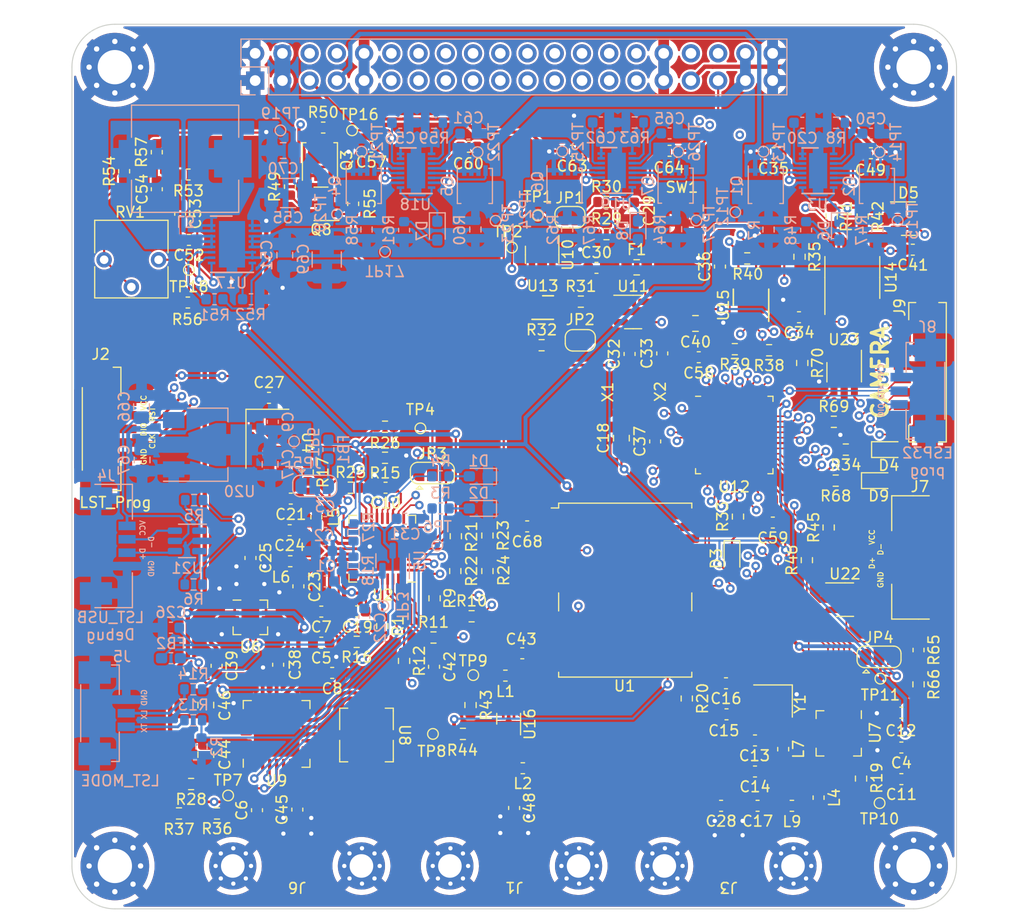
<source format=kicad_pcb>
(kicad_pcb (version 20211014) (generator pcbnew)

  (general
    (thickness 4.69)
  )

  (paper "A4")
  (layers
    (0 "F.Cu" signal)
    (1 "In1.Cu" signal)
    (2 "In2.Cu" signal)
    (31 "B.Cu" signal)
    (32 "B.Adhes" user "B.Adhesive")
    (33 "F.Adhes" user "F.Adhesive")
    (34 "B.Paste" user)
    (35 "F.Paste" user)
    (36 "B.SilkS" user "B.Silkscreen")
    (37 "F.SilkS" user "F.Silkscreen")
    (38 "B.Mask" user)
    (39 "F.Mask" user)
    (40 "Dwgs.User" user "User.Drawings")
    (41 "Cmts.User" user "User.Comments")
    (42 "Eco1.User" user "User.Eco1")
    (43 "Eco2.User" user "User.Eco2")
    (44 "Edge.Cuts" user)
    (45 "Margin" user)
    (46 "B.CrtYd" user "B.Courtyard")
    (47 "F.CrtYd" user "F.Courtyard")
    (48 "B.Fab" user)
    (49 "F.Fab" user)
    (50 "User.1" user)
    (51 "User.2" user)
    (52 "User.3" user)
    (53 "User.4" user)
    (54 "User.5" user)
    (55 "User.6" user)
    (56 "User.7" user)
    (57 "User.8" user)
    (58 "User.9" user)
  )

  (setup
    (stackup
      (layer "F.SilkS" (type "Top Silk Screen"))
      (layer "F.Paste" (type "Top Solder Paste"))
      (layer "F.Mask" (type "Top Solder Mask") (thickness 0.01))
      (layer "F.Cu" (type "copper") (thickness 0.035))
      (layer "dielectric 1" (type "core") (thickness 1.51) (material "FR4") (epsilon_r 4.5) (loss_tangent 0.02))
      (layer "In1.Cu" (type "copper") (thickness 0.035))
      (layer "dielectric 2" (type "prepreg") (thickness 1.51) (material "FR4") (epsilon_r 4.5) (loss_tangent 0.02))
      (layer "In2.Cu" (type "copper") (thickness 0.035))
      (layer "dielectric 3" (type "core") (thickness 1.51) (material "FR4") (epsilon_r 4.5) (loss_tangent 0.02))
      (layer "B.Cu" (type "copper") (thickness 0.035))
      (layer "B.Mask" (type "Bottom Solder Mask") (thickness 0.01))
      (layer "B.Paste" (type "Bottom Solder Paste"))
      (layer "B.SilkS" (type "Bottom Silk Screen"))
      (copper_finish "None")
      (dielectric_constraints no)
    )
    (pad_to_mask_clearance 0)
    (pcbplotparams
      (layerselection 0x00010fc_ffffffff)
      (disableapertmacros false)
      (usegerberextensions false)
      (usegerberattributes true)
      (usegerberadvancedattributes true)
      (creategerberjobfile true)
      (svguseinch false)
      (svgprecision 6)
      (excludeedgelayer true)
      (plotframeref false)
      (viasonmask false)
      (mode 1)
      (useauxorigin false)
      (hpglpennumber 1)
      (hpglpenspeed 20)
      (hpglpendiameter 15.000000)
      (dxfpolygonmode true)
      (dxfimperialunits true)
      (dxfusepcbnewfont true)
      (psnegative false)
      (psa4output false)
      (plotreference true)
      (plotvalue true)
      (plotinvisibletext false)
      (sketchpadsonfab false)
      (subtractmaskfromsilk false)
      (outputformat 1)
      (mirror false)
      (drillshape 1)
      (scaleselection 1)
      (outputdirectory "")
    )
  )

  (net 0 "")
  (net 1 "Net-(C1-Pad1)")
  (net 2 "GND")
  (net 3 "+3V3")
  (net 4 "/OpenLST (Beacon)/PA_VAPC")
  (net 5 "+3V8")
  (net 6 "/OpenLST (Beacon)/VDD_USB_LST")
  (net 7 "Net-(C12-Pad1)")
  (net 8 "Net-(C13-Pad2)")
  (net 9 "Net-(C15-Pad1)")
  (net 10 "Net-(C16-Pad1)")
  (net 11 "Net-(C17-Pad1)")
  (net 12 "Net-(C17-Pad2)")
  (net 13 "/MCU/MCU_POWER")
  (net 14 "Net-(C19-Pad1)")
  (net 15 "/3V3 power share/VCC_EN")
  (net 16 "Net-(C21-Pad2)")
  (net 17 "Net-(C22-Pad1)")
  (net 18 "Net-(C23-Pad2)")
  (net 19 "Net-(C24-Pad1)")
  (net 20 "Net-(C24-Pad2)")
  (net 21 "Net-(C25-Pad2)")
  (net 22 "Net-(C26-Pad1)")
  (net 23 "Net-(C29-Pad1)")
  (net 24 "/3V3 power share/EPS#1")
  (net 25 "Net-(C35-Pad2)")
  (net 26 "Net-(C38-Pad1)")
  (net 27 "Net-(C38-Pad2)")
  (net 28 "Net-(C39-Pad1)")
  (net 29 "Net-(C39-Pad2)")
  (net 30 "/MCU/VREF")
  (net 31 "Net-(C42-Pad1)")
  (net 32 "Net-(C43-Pad1)")
  (net 33 "Net-(C43-Pad2)")
  (net 34 "Net-(C45-Pad1)")
  (net 35 "Net-(C45-Pad2)")
  (net 36 "Net-(C48-Pad1)")
  (net 37 "Net-(C48-Pad2)")
  (net 38 "Net-(C49-Pad1)")
  (net 39 "/3V3 power share/EPS#2")
  (net 40 "Net-(C50-Pad1)")
  (net 41 "VIN")
  (net 42 "Net-(C52-Pad1)")
  (net 43 "Net-(C52-Pad2)")
  (net 44 "Net-(C53-Pad1)")
  (net 45 "Net-(C54-Pad1)")
  (net 46 "/Power Convertor/VBAT1/VCC_EN")
  (net 47 "/Power Convertor/EPS#1_VBAT")
  (net 48 "Net-(C57-Pad2)")
  (net 49 "Net-(C60-Pad1)")
  (net 50 "/Power Convertor/EPS#2_VBAT")
  (net 51 "Net-(C61-Pad1)")
  (net 52 "/5V power share/VCC_EN")
  (net 53 "/5V power share/EPS#1")
  (net 54 "Net-(C63-Pad2)")
  (net 55 "Net-(C64-Pad1)")
  (net 56 "/5V power share/EPS#2")
  (net 57 "Net-(C65-Pad1)")
  (net 58 "/OpenLST (Beacon)/USB_POWER_LST")
  (net 59 "Net-(D1-Pad2)")
  (net 60 "Net-(D2-Pad2)")
  (net 61 "Net-(D3-Pad1)")
  (net 62 "Net-(D4-Pad1)")
  (net 63 "/MCU/CAN_L")
  (net 64 "/MCU/CAN_H")
  (net 65 "Net-(D6-Pad1)")
  (net 66 "Net-(D6-Pad2)")
  (net 67 "Net-(D7-Pad1)")
  (net 68 "Net-(D7-Pad2)")
  (net 69 "Net-(D8-Pad1)")
  (net 70 "Net-(D8-Pad2)")
  (net 71 "Net-(D9-Pad1)")
  (net 72 "Net-(F1-Pad2)")
  (net 73 "Net-(FB1-Pad1)")
  (net 74 "/OpenLST (Beacon)/PROG_DD")
  (net 75 "/OpenLST (Beacon)/PROG_DC")
  (net 76 "/OpenLST (Beacon)/~{LST_RESET}")
  (net 77 "/MCU/USB_POWER")
  (net 78 "/MCU/SWCLK")
  (net 79 "/MCU/SWDIO")
  (net 80 "/MCU/QSPI_D1{slash}CAM_CSN")
  (net 81 "/MCU/QSPI_D2{slash}CAM_MOSI")
  (net 82 "/MCU/QSPI_D3{slash}CAM_MISO")
  (net 83 "/MCU/LED1_QSPI")
  (net 84 "+5V")
  (net 85 "/I2C_SDA")
  (net 86 "/I2C_SCL")
  (net 87 "unconnected-(J12-Pad6)")
  (net 88 "unconnected-(J12-Pad8)")
  (net 89 "unconnected-(J12-Pad11)")
  (net 90 "unconnected-(J12-Pad12)")
  (net 91 "unconnected-(J12-Pad13)")
  (net 92 "unconnected-(J12-Pad14)")
  (net 93 "unconnected-(J12-Pad15)")
  (net 94 "unconnected-(J12-Pad16)")
  (net 95 "unconnected-(J12-Pad17)")
  (net 96 "unconnected-(J12-Pad18)")
  (net 97 "/MCU/RS_485_~{B}")
  (net 98 "/MCU/RS_485_A")
  (net 99 "unconnected-(J12-Pad23)")
  (net 100 "unconnected-(J12-Pad24)")
  (net 101 "/MCU/LED1_CAM")
  (net 102 "/MCU/QSPI_SCK")
  (net 103 "/MCU/QSPI_NCS")
  (net 104 "unconnected-(J12-Pad34)")
  (net 105 "unconnected-(J12-Pad36)")
  (net 106 "Net-(JP1-Pad1)")
  (net 107 "/MCU/NRST")
  (net 108 "Net-(JP2-Pad1)")
  (net 109 "Net-(JP2-Pad2)")
  (net 110 "/OpenLST (Beacon)/RF_EN")
  (net 111 "/OpenLST (Beacon)/RF_EN_MCU")
  (net 112 "/OpenLST (Beacon)/RF_PWR_EN")
  (net 113 "Net-(JP4-Pad3)")
  (net 114 "/MCU/VDD_USB")
  (net 115 "Net-(L3-Pad1)")
  (net 116 "Net-(L3-Pad2)")
  (net 117 "Net-(L4-Pad1)")
  (net 118 "Net-(L4-Pad2)")
  (net 119 "Net-(Q1-Pad5)")
  (net 120 "Net-(Q1-Pad4)")
  (net 121 "Net-(Q2-Pad4)")
  (net 122 "Net-(Q2-Pad5)")
  (net 123 "Net-(Q3-Pad4)")
  (net 124 "Net-(Q3-Pad5)")
  (net 125 "Net-(Q4-Pad5)")
  (net 126 "Net-(Q4-Pad4)")
  (net 127 "Net-(Q5-Pad4)")
  (net 128 "Net-(Q5-Pad5)")
  (net 129 "Net-(Q6-Pad5)")
  (net 130 "Net-(Q6-Pad4)")
  (net 131 "Net-(Q7-Pad4)")
  (net 132 "Net-(Q7-Pad5)")
  (net 133 "/OpenLST (Beacon)/~{LST_RX_MODE}")
  (net 134 "/OpenLST (Beacon)/LST_TX_MODE")
  (net 135 "Net-(R3-Pad2)")
  (net 136 "Net-(R4-Pad2)")
  (net 137 "Net-(R5-Pad1)")
  (net 138 "/OpenLST (Beacon)/USB_N")
  (net 139 "/OpenLST (Beacon)/USB_P")
  (net 140 "Net-(R6-Pad2)")
  (net 141 "Net-(R8-Pad2)")
  (net 142 "Net-(R9-Pad1)")
  (net 143 "/OpenLST (Beacon)/UART0_CTS")
  (net 144 "Net-(R10-Pad1)")
  (net 145 "/OpenLST (Beacon)/UART0_RTS")
  (net 146 "Net-(R11-Pad1)")
  (net 147 "/OpenLST (Beacon)/UART0_RX")
  (net 148 "Net-(R12-Pad1)")
  (net 149 "/OpenLST (Beacon)/UART0_TX")
  (net 150 "Net-(R15-Pad2)")
  (net 151 "Net-(R16-Pad2)")
  (net 152 "Net-(R17-Pad1)")
  (net 153 "Net-(R17-Pad2)")
  (net 154 "Net-(R19-Pad2)")
  (net 155 "/OpenLST (Beacon)/AN0")
  (net 156 "/OpenLST (Beacon)/AN1")
  (net 157 "Net-(R25-Pad2)")
  (net 158 "/OpenLST (Beacon)/RF_BYP")
  (net 159 "Net-(R32-Pad1)")
  (net 160 "/MCU/LED2")
  (net 161 "/MCU/CAN_RS")
  (net 162 "/MCU/RS_485_R_EN")
  (net 163 "/MCU/RS_485_T_EN")
  (net 164 "Net-(R43-Pad2)")
  (net 165 "Net-(R44-Pad1)")
  (net 166 "Net-(R44-Pad2)")
  (net 167 "Net-(R45-Pad1)")
  (net 168 "/MCU/USB_N")
  (net 169 "/MCU/USB_P")
  (net 170 "Net-(R46-Pad2)")
  (net 171 "Net-(R51-Pad2)")
  (net 172 "Net-(R52-Pad1)")
  (net 173 "Net-(R54-Pad2)")
  (net 174 "Net-(R59-Pad2)")
  (net 175 "Net-(R63-Pad2)")
  (net 176 "unconnected-(U1-Pad1)")
  (net 177 "unconnected-(U1-Pad3)")
  (net 178 "/GPS Module/IRQ")
  (net 179 "unconnected-(U1-Pad5)")
  (net 180 "unconnected-(U1-Pad6)")
  (net 181 "/GPS Module/RESET")
  (net 182 "unconnected-(U1-Pad15)")
  (net 183 "unconnected-(U1-Pad16)")
  (net 184 "unconnected-(U1-Pad17)")
  (net 185 "/GPS Module/TXD")
  (net 186 "/GPS Module/RXD")
  (net 187 "unconnected-(U2-Pad8)")
  (net 188 "unconnected-(U2-Pad18)")
  (net 189 "unconnected-(U2-Pad20)")
  (net 190 "/MCU/NRF_CE")
  (net 191 "/MCU/NRF_SPI_CSN")
  (net 192 "/MCU/NRF_SPI_SCK")
  (net 193 "/MCU/NRF_SPI_MOSI")
  (net 194 "/MCU/NRF_SPI_MISO")
  (net 195 "/MCU/NRF_IRQ")
  (net 196 "Net-(U8-Pad2)")
  (net 197 "Net-(U8-Pad6)")
  (net 198 "unconnected-(U9-Pad14)")
  (net 199 "unconnected-(U9-Pad16)")
  (net 200 "unconnected-(U9-Pad25)")
  (net 201 "unconnected-(U10-Pad3)")
  (net 202 "/MCU/WDG_RESET")
  (net 203 "unconnected-(U11-Pad3)")
  (net 204 "unconnected-(U12-Pad1)")
  (net 205 "/MCU/LSE")
  (net 206 "/MCU/HSE")
  (net 207 "/MCU/CAN_RX")
  (net 208 "/MCU/CAN_TX")
  (net 209 "unconnected-(U13-Pad3)")
  (net 210 "/MCU/RS_485_R")
  (net 211 "/MCU/RS_485_T")
  (net 212 "unconnected-(U15-Pad7)")
  (net 213 "unconnected-(X1-Pad1)")
  (net 214 "unconnected-(U6-Pad4)")
  (net 215 "/camera/CAM_VCC")
  (net 216 "Net-(R70-Pad1)")
  (net 217 "Net-(J4-Pad2)")
  (net 218 "Net-(J4-Pad3)")
  (net 219 "Net-(J5-Pad1)")
  (net 220 "Net-(J5-Pad2)")
  (net 221 "Net-(U22-Pad4)")
  (net 222 "Net-(U22-Pad6)")

  (footprint "Capacitor_SMD:C_0805_2012Metric_Pad1.18x1.45mm_HandSolder" (layer "F.Cu") (at 143.1544 71.9044))

  (footprint "TCY_Buttons:KMT031NGJLHS" (layer "F.Cu") (at 141.8844 61.5881))

  (footprint "Resistor_SMD:R_0603_1608Metric" (layer "F.Cu") (at 98.5276 117.602))

  (footprint "Resistor_SMD:R_0603_1608Metric" (layer "F.Cu") (at 158.75 61.9252 -90))

  (footprint "Package_DFN_QFN:QFN-20-1EP_4x4mm_P0.5mm_EP2.5x2.5mm" (layer "F.Cu") (at 156.5148 110.1344 -90))

  (footprint "MountingHole:MountingHole_3.2mm_M3_Pad_Via" (layer "F.Cu") (at 163.5 122.5))

  (footprint "Resistor_SMD:R_0603_1608Metric" (layer "F.Cu") (at 120.8024 91.7448 90))

  (footprint "Capacitor_SMD:C_0603_1608Metric" (layer "F.Cu") (at 98.4905 103.8352 -90))

  (footprint "Resistor_SMD:R_0603_1608Metric" (layer "F.Cu") (at 147.9804 65.8368 180))

  (footprint "Inductor_SMD:L_0603_1608Metric" (layer "F.Cu") (at 107.7976 89.9668 -90))

  (footprint "Resistor_SMD:R_0603_1608Metric" (layer "F.Cu") (at 121.4628 110.1852))

  (footprint "MountingHole:MountingHole_3.2mm_M3_Pad_Via" (layer "F.Cu") (at 89 48))

  (footprint "Package_TO_SOT_SMD:SOT-23-6" (layer "F.Cu") (at 157.099 97.663))

  (footprint "Capacitor_SMD:C_0603_1608Metric" (layer "F.Cu") (at 105.41 88.2396))

  (footprint "Capacitor_SMD:C_0603_1608Metric" (layer "F.Cu") (at 127.4572 90.8304 180))

  (footprint "Capacitor_SMD:C_0603_1608Metric" (layer "F.Cu") (at 152.8064 71.3232 180))

  (footprint "Resistor_SMD:R_0603_1608Metric" (layer "F.Cu") (at 153.1112 75.5904 -90))

  (footprint "Capacitor_SMD:C_0603_1608Metric" (layer "F.Cu") (at 114.2492 87.2236 180))

  (footprint "Inductor_SMD:L_0603_1608Metric" (layer "F.Cu") (at 127.0508 113.3856))

  (footprint "RF_GPS:ublox_NEO" (layer "F.Cu") (at 136.6012 96.774))

  (footprint "Package_TO_SOT_SMD:SOT-23-6_Handsoldering" (layer "F.Cu") (at 157.0228 76.454 -90))

  (footprint "Capacitor_SMD:C_0603_1608Metric" (layer "F.Cu") (at 108.2548 98.7792 180))

  (footprint "Inductor_SMD:L_0603_1608Metric" (layer "F.Cu") (at 105.3344 59.1454 90))

  (footprint "Resistor_SMD:R_0603_1608Metric" (layer "F.Cu") (at 158.5976 114.3508 90))

  (footprint "Jumper:SolderJumper-2_P1.3mm_Open_RoundedPad1.0x1.5mm" (layer "F.Cu") (at 132.4108 73.4753 180))

  (footprint "Capacitor_SMD:C_0603_1608Metric" (layer "F.Cu") (at 118.7704 103.9238 90))

  (footprint "Jumper:SolderJumper-2_P1.3mm_Open_RoundedPad1.0x1.5mm" (layer "F.Cu") (at 131.4456 61.9945))

  (footprint "Inductor_SMD:L_0603_1608Metric" (layer "F.Cu") (at 95.8596 58.0136))

  (footprint "Capacitor_SMD:C_0603_1608Metric" (layer "F.Cu") (at 133.9218 66.7189))

  (footprint "Capacitor_SMD:C_0603_1608Metric" (layer "F.Cu") (at 127 102.6668 180))

  (footprint "Jumper:SolderJumper-3_P1.3mm_Open_RoundedPad1.0x1.5mm" (layer "F.Cu") (at 160.274 102.997))

  (footprint "Capacitor_SMD:C_0603_1608Metric" (layer "F.Cu") (at 148.7046 113.6904))

  (footprint "MountingHole:MountingHole_3.2mm_M3_Pad_Via" (layer "F.Cu") (at 163.5 48))

  (footprint "Resistor_SMD:R_0603_1608Metric" (layer "F.Cu") (at 111.5568 101.6 180))

  (footprint "Resistor_SMD:R_0603_1608Metric" (layer "F.Cu") (at 118.8212 97.536 -90))

  (footprint "Resistor_SMD:R_0603_1608Metric" (layer "F.Cu") (at 134.8492 60.5721))

  (footprint "Resistor_SMD:R_0603_1608Metric" (layer "F.Cu") (at 157.1752 83.6676 180))

  (footprint "Capacitor_SMD:C_0603_1608Metric" (layer "F.Cu") (at 122.0216 55.4228))

  (footprint "TCY_Connector:TestPoint_Pad_D0.5mm" (layer "F.Cu") (at 122.428 104.6988))

  (footprint "Resistor_SMD:R_0603_1608Metric" (layer "F.Cu") (at 123.7488 94.996 90))

  (footprint "Resistor_SMD:R_0603_1608Metric" (layer "F.Cu") (at 115.9764 103.378 -90))

  (footprint "Capacitor_SMD:C_0603_1608Metric" (layer "F.Cu") (at 139.3952 82.9056 90))

  (footprint "Resistor_SMD:R_0603_1608Metric" (layer "F.Cu") (at 155.575 90.932 90))

  (footprint "Resistor_SMD:R_0603_1608Metric" (layer "F.Cu") (at 110.998 87.2236))

  (footprint "Resistor_SMD:R_0603_1608Metric" (layer "F.Cu") (at 113.9444 100.1268 90))

  (footprint "footprints:iPEX" (layer "F.Cu") (at 146.25 122.5 180))

  (footprint "Capacitor_SMD:C_0603_1608Metric" (layer "F.Cu") (at 145.542 116.8908 180))

  (footprint "TCY_Connector:TestPoint_Pad_D0.5mm" (layer "F.Cu") (at 160.401 105.029))

  (footprint "Capacitor_SMD:C_0603_1608Metric" (layer "F.Cu") (at 162.3568 114.4016 180))

  (footprint "Capacitor_SMD:C_0603_1608Metric" (layer "F.Cu") (at 112.9284 55.4228))

  (footprint "Inductor_SMD:L_0603_1608Metric" (layer "F.Cu") (at 151.3332 111.6076 -90))

  (footprint "Capacitor_SMD:C_0603_1608Metric" (layer "F.Cu") (at 137.414 61.3849 -90))

  (footprint "Capacitor_SMD:C_0603_1608Metric" (layer "F.Cu") (at 159.517223 56.0263))

  (footprint "Resistor_SMD:R_0603_1608Metric" (layer "F.Cu") (at 142.3416 106.8832 90))

  (footprint "Resistor_SMD:R_0603_1608Metric" (layer "F.Cu") (at 120.7516 94.996 90))

  (footprint "Resistor_SMD:R_0603_1608Metric" (layer "F.Cu") (at 163.957 105.5624 -90))

  (footprint "footprints:iPEX" (layer "F.Cu")
    (tedit 62249243) (tstamp 5e845d28-b090-4cbe-b836-36c12cd256a2)
    (at 106 122.5 180)
    (property "Sheetfile" "OpenLST.kicad_sch")
    (property "Sheetname" "OpenLST (Beacon)")
    (path "/829b2795-9702-4633-a078-e2998d6d9402/bd95501b-0179-41e8-b4ae-aa683068528d")
    (attr smd)
    (fp_text reference "J6" (at 0 -2 180 unlocked) (layer "F.SilkS")
      (effects (font (size 1 1) (thickness 0.15)))
      (tstamp 01a309ae-24f0-425f-8e66-62836d44754f)
    )
    (fp_text value "iPEX" (at 0 3.25 180 unlocked) (layer "F.Fab")
      (e
... [3614585 chars truncated]
</source>
